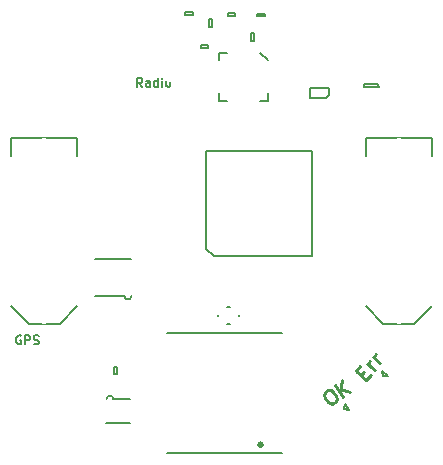
<source format=gto>
G04 #@! TF.FileFunction,Legend,Top*
%FSLAX46Y46*%
G04 Gerber Fmt 4.6, Leading zero omitted, Abs format (unit mm)*
G04 Created by KiCad (PCBNEW 4.1.0-alpha+201605071002+6776~44~ubuntu14.04.1-product) date Sun 26 Jun 2016 14:10:38 BST*
%MOMM*%
%LPD*%
G01*
G04 APERTURE LIST*
%ADD10C,0.100000*%
%ADD11C,0.250000*%
%ADD12C,0.187500*%
%ADD13C,0.150000*%
%ADD14R,0.620000X0.620000*%
%ADD15R,1.000000X1.050000*%
%ADD16R,1.050000X2.200000*%
%ADD17R,0.300000X1.500000*%
%ADD18R,1.500000X0.300000*%
%ADD19R,1.800000X0.700000*%
%ADD20R,1.800000X0.800000*%
%ADD21R,2.920000X0.740000*%
%ADD22R,0.650000X0.350000*%
%ADD23R,0.802000X0.802000*%
%ADD24R,0.300000X0.750000*%
%ADD25R,0.750000X0.300000*%
%ADD26R,2.602000X2.602000*%
%ADD27C,1.200000*%
%ADD28R,0.950000X0.850000*%
%ADD29R,0.900000X0.750000*%
%ADD30R,0.750000X0.900000*%
%ADD31R,0.470000X0.400000*%
%ADD32R,0.952000X1.702000*%
%ADD33R,0.520000X0.520000*%
%ADD34R,0.950000X1.000000*%
%ADD35R,1.050000X1.000000*%
%ADD36R,2.200000X1.050000*%
%ADD37R,0.400000X0.950000*%
%ADD38R,1.000000X0.800000*%
G04 APERTURE END LIST*
D10*
D11*
X111791551Y-112210948D02*
X112048666Y-111904530D01*
X112640372Y-112177246D02*
X112273065Y-112614986D01*
X111353811Y-111843641D01*
X111721118Y-111405901D01*
X112970948Y-111783280D02*
X112358113Y-111269050D01*
X112533209Y-111415973D02*
X112482391Y-111298738D01*
X112475348Y-111218233D01*
X112505036Y-111093954D01*
X112578497Y-111006406D01*
X113448448Y-111214219D02*
X112835612Y-110699989D01*
X113010708Y-110846912D02*
X112959891Y-110729676D01*
X112952848Y-110649172D01*
X112982535Y-110524893D01*
X113055996Y-110437345D01*
X108787969Y-113621397D02*
X108975204Y-113490294D01*
X109101597Y-113471551D01*
X109260766Y-113499617D01*
X109438678Y-113654076D01*
X109668109Y-113981737D01*
X109752403Y-114201747D01*
X109724337Y-114360916D01*
X109663496Y-114473276D01*
X109476261Y-114604379D01*
X109349868Y-114623122D01*
X109190699Y-114595057D01*
X109012787Y-114440598D01*
X108783356Y-114112937D01*
X108699062Y-113892926D01*
X108727128Y-113733757D01*
X108787969Y-113621397D01*
X110318817Y-114014415D02*
X109630526Y-113031433D01*
X110880522Y-113621106D02*
X110065934Y-113354384D01*
X110192230Y-112638123D02*
X110023835Y-113593137D01*
D12*
X83014285Y-108875000D02*
X82942857Y-108839285D01*
X82835714Y-108839285D01*
X82728571Y-108875000D01*
X82657142Y-108946428D01*
X82621428Y-109017857D01*
X82585714Y-109160714D01*
X82585714Y-109267857D01*
X82621428Y-109410714D01*
X82657142Y-109482142D01*
X82728571Y-109553571D01*
X82835714Y-109589285D01*
X82907142Y-109589285D01*
X83014285Y-109553571D01*
X83050000Y-109517857D01*
X83050000Y-109267857D01*
X82907142Y-109267857D01*
X83371428Y-109589285D02*
X83371428Y-108839285D01*
X83657142Y-108839285D01*
X83728571Y-108875000D01*
X83764285Y-108910714D01*
X83800000Y-108982142D01*
X83800000Y-109089285D01*
X83764285Y-109160714D01*
X83728571Y-109196428D01*
X83657142Y-109232142D01*
X83371428Y-109232142D01*
X84085714Y-109553571D02*
X84192857Y-109589285D01*
X84371428Y-109589285D01*
X84442857Y-109553571D01*
X84478571Y-109517857D01*
X84514285Y-109446428D01*
X84514285Y-109375000D01*
X84478571Y-109303571D01*
X84442857Y-109267857D01*
X84371428Y-109232142D01*
X84228571Y-109196428D01*
X84157142Y-109160714D01*
X84121428Y-109125000D01*
X84085714Y-109053571D01*
X84085714Y-108982142D01*
X84121428Y-108910714D01*
X84157142Y-108875000D01*
X84228571Y-108839285D01*
X84407142Y-108839285D01*
X84514285Y-108875000D01*
X93285714Y-87789285D02*
X93035714Y-87432142D01*
X92857142Y-87789285D02*
X92857142Y-87039285D01*
X93142857Y-87039285D01*
X93214285Y-87075000D01*
X93250000Y-87110714D01*
X93285714Y-87182142D01*
X93285714Y-87289285D01*
X93250000Y-87360714D01*
X93214285Y-87396428D01*
X93142857Y-87432142D01*
X92857142Y-87432142D01*
X93928571Y-87789285D02*
X93928571Y-87396428D01*
X93892857Y-87325000D01*
X93821428Y-87289285D01*
X93678571Y-87289285D01*
X93607142Y-87325000D01*
X93928571Y-87753571D02*
X93857142Y-87789285D01*
X93678571Y-87789285D01*
X93607142Y-87753571D01*
X93571428Y-87682142D01*
X93571428Y-87610714D01*
X93607142Y-87539285D01*
X93678571Y-87503571D01*
X93857142Y-87503571D01*
X93928571Y-87467857D01*
X94607142Y-87789285D02*
X94607142Y-87039285D01*
X94607142Y-87753571D02*
X94535714Y-87789285D01*
X94392857Y-87789285D01*
X94321428Y-87753571D01*
X94285714Y-87717857D01*
X94250000Y-87646428D01*
X94250000Y-87432142D01*
X94285714Y-87360714D01*
X94321428Y-87325000D01*
X94392857Y-87289285D01*
X94535714Y-87289285D01*
X94607142Y-87325000D01*
X94964285Y-87789285D02*
X94964285Y-87289285D01*
X94964285Y-87039285D02*
X94928571Y-87075000D01*
X94964285Y-87110714D01*
X95000000Y-87075000D01*
X94964285Y-87039285D01*
X94964285Y-87110714D01*
X95428571Y-87789285D02*
X95357142Y-87753571D01*
X95321428Y-87717857D01*
X95285714Y-87646428D01*
X95285714Y-87432142D01*
X95321428Y-87360714D01*
X95357142Y-87325000D01*
X95428571Y-87289285D01*
X95535714Y-87289285D01*
X95607142Y-87325000D01*
X95642857Y-87360714D01*
X95678571Y-87432142D01*
X95678571Y-87646428D01*
X95642857Y-87717857D01*
X95607142Y-87753571D01*
X95535714Y-87789285D01*
X95428571Y-87789285D01*
D13*
X98725000Y-101550000D02*
X98725000Y-93250000D01*
X98725000Y-93250000D02*
X107625000Y-93250000D01*
X107625000Y-93250000D02*
X107625000Y-102150000D01*
X107625000Y-102150000D02*
X99325000Y-102150000D01*
X99325000Y-102150000D02*
X98725000Y-101550000D01*
X103500000Y-118100000D02*
G75*
G03X103500000Y-118100000I-200000J0D01*
G01*
X103400000Y-118100000D02*
G75*
G03X103400000Y-118100000I-100000J0D01*
G01*
X95400000Y-108600000D02*
X105100000Y-108600000D01*
X95400000Y-118800000D02*
X105100000Y-118800000D01*
X87785000Y-93635000D02*
X87785000Y-92135000D01*
X87785000Y-92135000D02*
X82215000Y-92135000D01*
X82215000Y-92135000D02*
X82215000Y-93635000D01*
X82215000Y-106365000D02*
X83715000Y-107865000D01*
X83715000Y-107865000D02*
X86285000Y-107865000D01*
X86285000Y-107865000D02*
X87785000Y-106365000D01*
X113669652Y-112295756D02*
X113581384Y-111895338D01*
X113669652Y-112295756D02*
X114079313Y-112313150D01*
X113581384Y-111895338D02*
X114079313Y-112313150D01*
X110397606Y-115071697D02*
X110415982Y-114662079D01*
X110397606Y-115071697D02*
X110788806Y-115194527D01*
X110415982Y-114662079D02*
X110788806Y-115194527D01*
X91775000Y-105500000D02*
X89275000Y-105500000D01*
X92375000Y-102400000D02*
X89275000Y-102400000D01*
X91775000Y-105500000D02*
G75*
G03X92375000Y-105500000I300000J0D01*
G01*
X103250000Y-84900000D02*
X103900000Y-85550000D01*
X103900000Y-88350000D02*
X103900000Y-89000000D01*
X103900000Y-89000000D02*
X103250000Y-89000000D01*
X99800000Y-88350000D02*
X99800000Y-89000000D01*
X99800000Y-89000000D02*
X100450000Y-89000000D01*
X99800000Y-85550000D02*
X99800000Y-84900000D01*
X99800000Y-84900000D02*
X100450000Y-84900000D01*
X117785000Y-93635000D02*
X117785000Y-92135000D01*
X117785000Y-92135000D02*
X112215000Y-92135000D01*
X112215000Y-92135000D02*
X112215000Y-93635000D01*
X112215000Y-106365000D02*
X113715000Y-107865000D01*
X113715000Y-107865000D02*
X116285000Y-107865000D01*
X116285000Y-107865000D02*
X117785000Y-106365000D01*
X101500000Y-107200000D02*
X101500000Y-107100000D01*
X100450000Y-107850000D02*
X100750000Y-107850000D01*
X99700000Y-107200000D02*
X99700000Y-107100000D01*
X100450000Y-106450000D02*
X100750000Y-106450000D01*
X98225000Y-84475000D02*
X98225000Y-84225000D01*
X98225000Y-84225000D02*
X98875000Y-84225000D01*
X98875000Y-84225000D02*
X98875000Y-84475000D01*
X98875000Y-84475000D02*
X98225000Y-84475000D01*
X102475000Y-83225000D02*
X102725000Y-83225000D01*
X102725000Y-83225000D02*
X102725000Y-83875000D01*
X102725000Y-83875000D02*
X102475000Y-83875000D01*
X102475000Y-83875000D02*
X102475000Y-83225000D01*
X103025000Y-81837000D02*
X103025000Y-81587000D01*
X103025000Y-81587000D02*
X103675000Y-81587000D01*
X103675000Y-81587000D02*
X103675000Y-81837000D01*
X103675000Y-81837000D02*
X103025000Y-81837000D01*
X100525000Y-81775000D02*
X100525000Y-81525000D01*
X100525000Y-81525000D02*
X101175000Y-81525000D01*
X101175000Y-81525000D02*
X101175000Y-81775000D01*
X101175000Y-81775000D02*
X100525000Y-81775000D01*
X99175000Y-82700000D02*
X98925000Y-82700000D01*
X98925000Y-82700000D02*
X98925000Y-82050000D01*
X98925000Y-82050000D02*
X99175000Y-82050000D01*
X99175000Y-82050000D02*
X99175000Y-82700000D01*
X96925000Y-81725000D02*
X96925000Y-81475000D01*
X96925000Y-81475000D02*
X97575000Y-81475000D01*
X97575000Y-81475000D02*
X97575000Y-81725000D01*
X97575000Y-81725000D02*
X96925000Y-81725000D01*
X90850000Y-114250000D02*
X92250000Y-114250000D01*
X90250000Y-116250000D02*
X92250000Y-116250000D01*
X90850000Y-114250000D02*
G75*
G03X90250000Y-114250000I-300000J0D01*
G01*
X90875000Y-111475000D02*
X91125000Y-111475000D01*
X91125000Y-111475000D02*
X91125000Y-112125000D01*
X91125000Y-112125000D02*
X90875000Y-112125000D01*
X90875000Y-112125000D02*
X90875000Y-111475000D01*
X113374999Y-87825000D02*
X113374999Y-87825000D01*
X113374999Y-87825000D02*
X112074999Y-87825000D01*
X112074999Y-87825000D02*
X112074999Y-87575000D01*
X112074999Y-87575000D02*
X113124999Y-87575000D01*
X113124999Y-87575000D02*
X113374999Y-87825000D01*
X109135000Y-88475000D02*
X108885000Y-88775000D01*
X107535000Y-88775000D02*
X108885000Y-88775000D01*
X107535000Y-87875000D02*
X107535000Y-88775000D01*
X109135000Y-87875000D02*
X107535000Y-87875000D01*
X109135000Y-88475000D02*
X109135000Y-87875000D01*
%LPC*%
D14*
X92200000Y-113250000D03*
X91300000Y-113250000D03*
D15*
X87050000Y-109625000D03*
D16*
X88525000Y-111150000D03*
X85575000Y-111150000D03*
D17*
X99425000Y-103400000D03*
X99925000Y-103400000D03*
X100425000Y-103400000D03*
X100925000Y-103400000D03*
X101425000Y-103400000D03*
X101925000Y-103400000D03*
X102425000Y-103400000D03*
X102925000Y-103400000D03*
X103425000Y-103400000D03*
X103925000Y-103400000D03*
X104425000Y-103400000D03*
X104925000Y-103400000D03*
X105425000Y-103400000D03*
X105925000Y-103400000D03*
X106425000Y-103400000D03*
X106925000Y-103400000D03*
D18*
X108875000Y-101450000D03*
X108875000Y-100950000D03*
X108875000Y-100450000D03*
X108875000Y-99950000D03*
X108875000Y-99450000D03*
X108875000Y-98950000D03*
X108875000Y-98450000D03*
X108875000Y-97950000D03*
X108875000Y-97450000D03*
X108875000Y-96950000D03*
X108875000Y-96450000D03*
X108875000Y-95950000D03*
X108875000Y-95450000D03*
X108875000Y-94950000D03*
X108875000Y-94450000D03*
X108875000Y-93950000D03*
D17*
X106925000Y-92000000D03*
X106425000Y-92000000D03*
X105925000Y-92000000D03*
X105425000Y-92000000D03*
X104925000Y-92000000D03*
X104425000Y-92000000D03*
X103925000Y-92000000D03*
X103425000Y-92000000D03*
X102925000Y-92000000D03*
X102425000Y-92000000D03*
X101925000Y-92000000D03*
X101425000Y-92000000D03*
X100925000Y-92000000D03*
X100425000Y-92000000D03*
X99925000Y-92000000D03*
X99425000Y-92000000D03*
D18*
X97475000Y-93950000D03*
X97475000Y-94450000D03*
X97475000Y-94950000D03*
X97475000Y-95450000D03*
X97475000Y-95950000D03*
X97475000Y-96450000D03*
X97475000Y-96950000D03*
X97475000Y-97450000D03*
X97475000Y-97950000D03*
X97475000Y-98450000D03*
X97475000Y-98950000D03*
X97475000Y-99450000D03*
X97475000Y-99950000D03*
X97475000Y-100450000D03*
X97475000Y-100950000D03*
X97475000Y-101450000D03*
D19*
X95500000Y-109300000D03*
D20*
X95500000Y-110400000D03*
X95500000Y-111500000D03*
X95500000Y-112600000D03*
X95500000Y-113700000D03*
X95500000Y-114800000D03*
X95500000Y-115900000D03*
X95500000Y-117000000D03*
D19*
X95500000Y-118100000D03*
X105000000Y-109300000D03*
X105000000Y-118100000D03*
D20*
X105000000Y-110400000D03*
X105000000Y-111500000D03*
X105000000Y-112600000D03*
X105000000Y-113700000D03*
X105000000Y-114800000D03*
X105000000Y-115900000D03*
X105000000Y-117000000D03*
D14*
X110800000Y-96300000D03*
X110800000Y-97200000D03*
X106870000Y-111660000D03*
X106870000Y-112560000D03*
X98950000Y-105200000D03*
X99850000Y-105200000D03*
D21*
X83285000Y-94285000D03*
X86715000Y-94285000D03*
X83285000Y-95555000D03*
X86715000Y-95555000D03*
X83285000Y-96825000D03*
X86715000Y-96825000D03*
X83285000Y-98095000D03*
X86715000Y-98095000D03*
X83285000Y-99365000D03*
X86715000Y-99365000D03*
X83285000Y-100635000D03*
X86715000Y-100635000D03*
X83285000Y-101905000D03*
X86715000Y-101905000D03*
X83285000Y-103175000D03*
X86715000Y-103175000D03*
X83285000Y-104445000D03*
X86715000Y-104445000D03*
X83285000Y-105715000D03*
X86715000Y-105715000D03*
D14*
X102800000Y-106700000D03*
X102800000Y-107600000D03*
X110750000Y-91900000D03*
X110750000Y-92800000D03*
X110750000Y-95000000D03*
X110750000Y-94100000D03*
X96080000Y-103740000D03*
X96080000Y-102840000D03*
X104050000Y-106000000D03*
X104050000Y-105100000D03*
X110600000Y-101150000D03*
X110600000Y-100250000D03*
X105300000Y-106000000D03*
X105300000Y-105100000D03*
X96756000Y-90348000D03*
X97656000Y-90348000D03*
X99750000Y-90348000D03*
X98850000Y-90348000D03*
X93725000Y-103550000D03*
X93725000Y-104450000D03*
D10*
G36*
X113313468Y-113498101D02*
X112547424Y-112855313D01*
X113158072Y-112127571D01*
X113924116Y-112770359D01*
X113313468Y-113498101D01*
X113313468Y-113498101D01*
G37*
G36*
X114341928Y-112272429D02*
X113575884Y-111629641D01*
X114186532Y-110901899D01*
X114952576Y-111544687D01*
X114341928Y-112272429D01*
X114341928Y-112272429D01*
G37*
G36*
X109742369Y-116140886D02*
X109168793Y-115321734D01*
X109946987Y-114776836D01*
X110520563Y-115595988D01*
X109742369Y-116140886D01*
X109742369Y-116140886D01*
G37*
G36*
X111053013Y-115223164D02*
X110479437Y-114404012D01*
X111257631Y-113859114D01*
X111831207Y-114678266D01*
X111053013Y-115223164D01*
X111053013Y-115223164D01*
G37*
D22*
X92375000Y-104925000D03*
X92375000Y-104275000D03*
X92375000Y-103625000D03*
X92375000Y-102975000D03*
X89275000Y-102975000D03*
X89275000Y-103625000D03*
X89275000Y-104275000D03*
X89275000Y-104925000D03*
D23*
X90825000Y-104550000D03*
X90825000Y-103350000D03*
D24*
X102850000Y-84950000D03*
X102350000Y-84950000D03*
X101850000Y-84950000D03*
X101350000Y-84950000D03*
X100850000Y-84950000D03*
D25*
X99850000Y-85950000D03*
X99850000Y-86450000D03*
X99850000Y-86950000D03*
X99850000Y-87450000D03*
X99850000Y-87950000D03*
D24*
X100850000Y-88950000D03*
X101350000Y-88950000D03*
X101850000Y-88950000D03*
X102350000Y-88950000D03*
X102850000Y-88950000D03*
D25*
X103850000Y-87950000D03*
X103850000Y-87450000D03*
X103850000Y-86950000D03*
X103850000Y-86450000D03*
X103850000Y-85950000D03*
D26*
X101850000Y-86950000D03*
D27*
X85000000Y-107305000D03*
X85000000Y-92695000D03*
D21*
X113285000Y-94285000D03*
X116715000Y-94285000D03*
X113285000Y-95555000D03*
X116715000Y-95555000D03*
X113285000Y-96825000D03*
X116715000Y-96825000D03*
X113285000Y-98095000D03*
X116715000Y-98095000D03*
X113285000Y-99365000D03*
X116715000Y-99365000D03*
X113285000Y-100635000D03*
X116715000Y-100635000D03*
X113285000Y-101905000D03*
X116715000Y-101905000D03*
X113285000Y-103175000D03*
X116715000Y-103175000D03*
X113285000Y-104445000D03*
X116715000Y-104445000D03*
X113285000Y-105715000D03*
X116715000Y-105715000D03*
D27*
X115000000Y-107305000D03*
X115000000Y-92695000D03*
D14*
X102800000Y-105150000D03*
X101900000Y-105150000D03*
X110900000Y-109250000D03*
X110900000Y-110150000D03*
X109500000Y-109250000D03*
X109500000Y-110150000D03*
D28*
X99875000Y-107725000D03*
X101325000Y-107725000D03*
X101325000Y-106575000D03*
X99875000Y-106575000D03*
D14*
X96850000Y-87150000D03*
X96850000Y-86250000D03*
X98350000Y-87150000D03*
X98350000Y-86250000D03*
X104600000Y-83550000D03*
X105500000Y-83550000D03*
X99800000Y-83550000D03*
X100700000Y-83550000D03*
X102100000Y-82200000D03*
X102100000Y-81300000D03*
X99500000Y-81200000D03*
X98600000Y-81200000D03*
X97200000Y-83500000D03*
X97200000Y-84400000D03*
X95950000Y-83450000D03*
X95950000Y-84350000D03*
D29*
X98550000Y-85050000D03*
X98550000Y-83650000D03*
D30*
X101900000Y-83550000D03*
X103300000Y-83550000D03*
D29*
X103350000Y-82412000D03*
X103350000Y-81012000D03*
X100850000Y-82350000D03*
X100850000Y-80950000D03*
D30*
X99750000Y-82375000D03*
X98350000Y-82375000D03*
D29*
X97250000Y-82300000D03*
X97250000Y-80900000D03*
D14*
X93500000Y-113950000D03*
X93500000Y-114850000D03*
X89150000Y-113700000D03*
X89150000Y-114600000D03*
X107850000Y-90300000D03*
X108750000Y-90300000D03*
X105200000Y-87500000D03*
X106100000Y-87500000D03*
X95600000Y-87150000D03*
X95600000Y-86250000D03*
X90250000Y-109400000D03*
X90250000Y-110300000D03*
X95800000Y-82150000D03*
X95800000Y-81250000D03*
D31*
X90335000Y-114600000D03*
X90335000Y-115250000D03*
X90335000Y-115900000D03*
X92165000Y-115900000D03*
X92165000Y-115250000D03*
X92165000Y-114600000D03*
D32*
X91250000Y-115250000D03*
D33*
X91400000Y-110000000D03*
X91400000Y-109200000D03*
X93100000Y-110000000D03*
X92300000Y-110000000D03*
X93100000Y-111700000D03*
X93100000Y-110900000D03*
D34*
X90200000Y-111800000D03*
X91800000Y-111800000D03*
D14*
X87900000Y-113700000D03*
X87900000Y-114600000D03*
D35*
X94100000Y-84500000D03*
D36*
X92575000Y-85975000D03*
X92575000Y-83025000D03*
D14*
X112200000Y-90300000D03*
X113100000Y-90300000D03*
X110700000Y-87250000D03*
X110700000Y-88150000D03*
D37*
X113374999Y-86600000D03*
X112724999Y-86600000D03*
X112074999Y-86600000D03*
X112074999Y-88800000D03*
X113374999Y-88800000D03*
D38*
X109035000Y-89375000D03*
X107635000Y-89375000D03*
X109035000Y-87275000D03*
X107635000Y-87275000D03*
M02*

</source>
